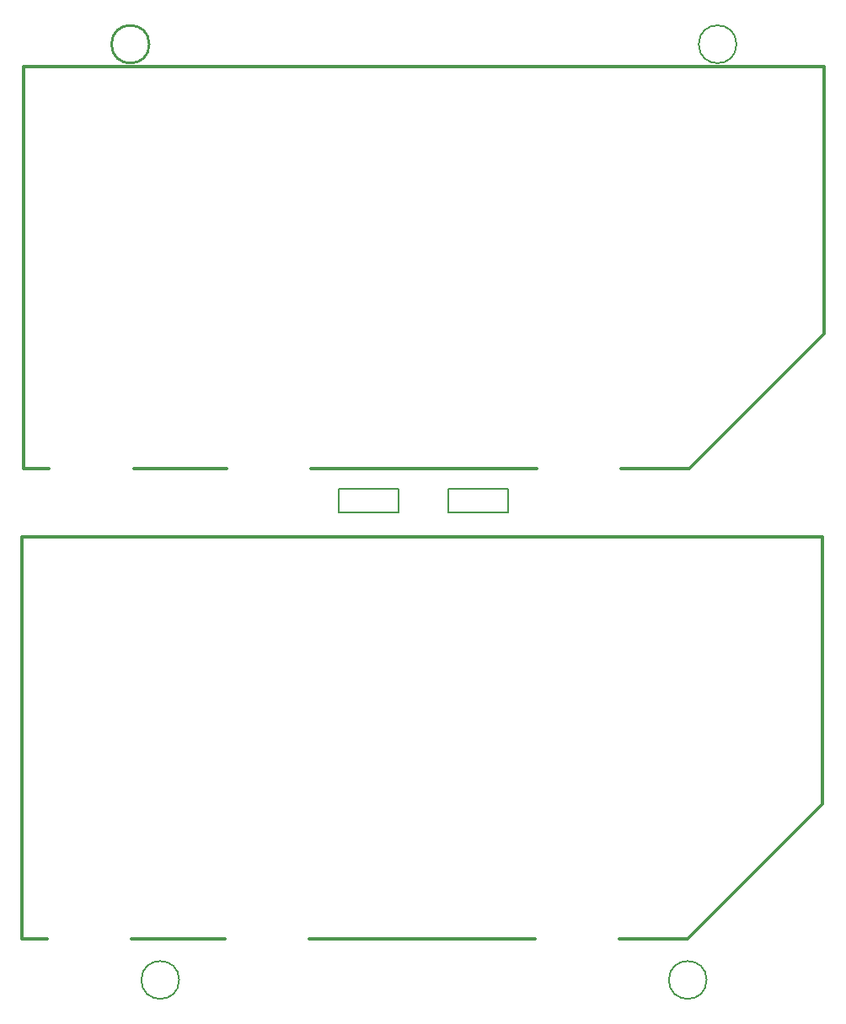
<source format=gto>
G04 Layer_Color=65535*
%FSLAX25Y25*%
%MOIN*%
G70*
G01*
G75*
%ADD17C,0.01000*%
%ADD23C,0.00591*%
%ADD24C,0.01181*%
D17*
X54724Y380122D02*
G03*
X54724Y380122I-7480J0D01*
G01*
D23*
X275197Y10043D02*
G03*
X275197Y10043I-7480J0D01*
G01*
X66535Y10043D02*
G03*
X66535Y10043I-7480J0D01*
G01*
X287008Y380122D02*
G03*
X287008Y380122I-7480J0D01*
G01*
X54724D02*
G03*
X54724Y380122I-7480J0D01*
G01*
X153457Y194925D02*
Y204177D01*
X129638Y194925D02*
X153457D01*
X129638Y204177D02*
X153457D01*
X129638Y194925D02*
Y204177D01*
X172941Y194925D02*
Y204177D01*
X196760D01*
X172941Y194925D02*
X196760D01*
Y204177D01*
D24*
X4902Y212136D02*
X15039D01*
X48504D02*
X85216D01*
X118681D02*
X201457D01*
X207953D01*
X241417D02*
X268287D01*
X321746Y265595D01*
Y371191D01*
X4902Y212136D02*
Y371191D01*
X259828D01*
X321746D01*
X4224Y26136D02*
X14362D01*
X47827D02*
X84539D01*
X118004D02*
X200780D01*
X207276D01*
X240740D02*
X267610D01*
X321069Y79594D01*
Y185191D01*
X4224Y26136D02*
Y185191D01*
X259151D01*
X321069D01*
M02*

</source>
